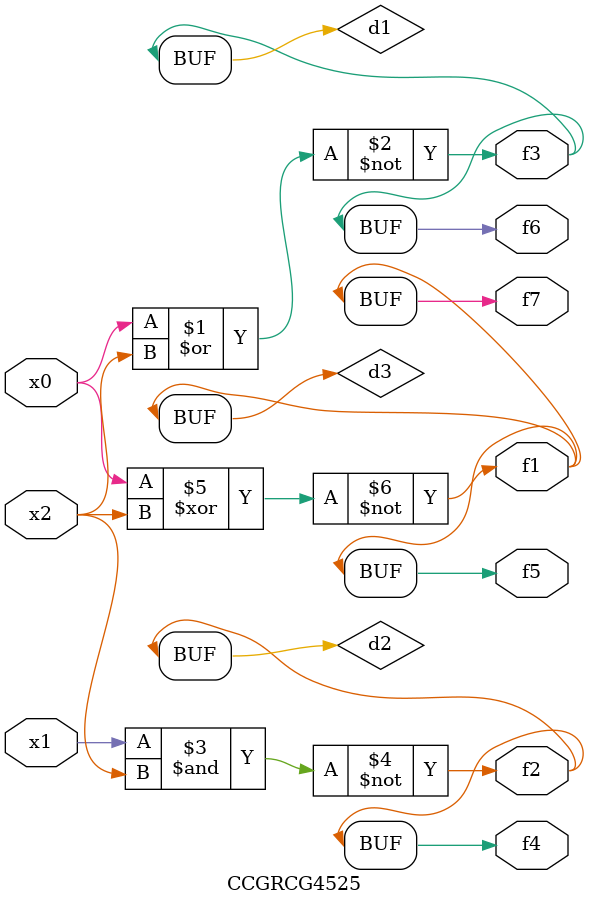
<source format=v>
module CCGRCG4525(
	input x0, x1, x2,
	output f1, f2, f3, f4, f5, f6, f7
);

	wire d1, d2, d3;

	nor (d1, x0, x2);
	nand (d2, x1, x2);
	xnor (d3, x0, x2);
	assign f1 = d3;
	assign f2 = d2;
	assign f3 = d1;
	assign f4 = d2;
	assign f5 = d3;
	assign f6 = d1;
	assign f7 = d3;
endmodule

</source>
